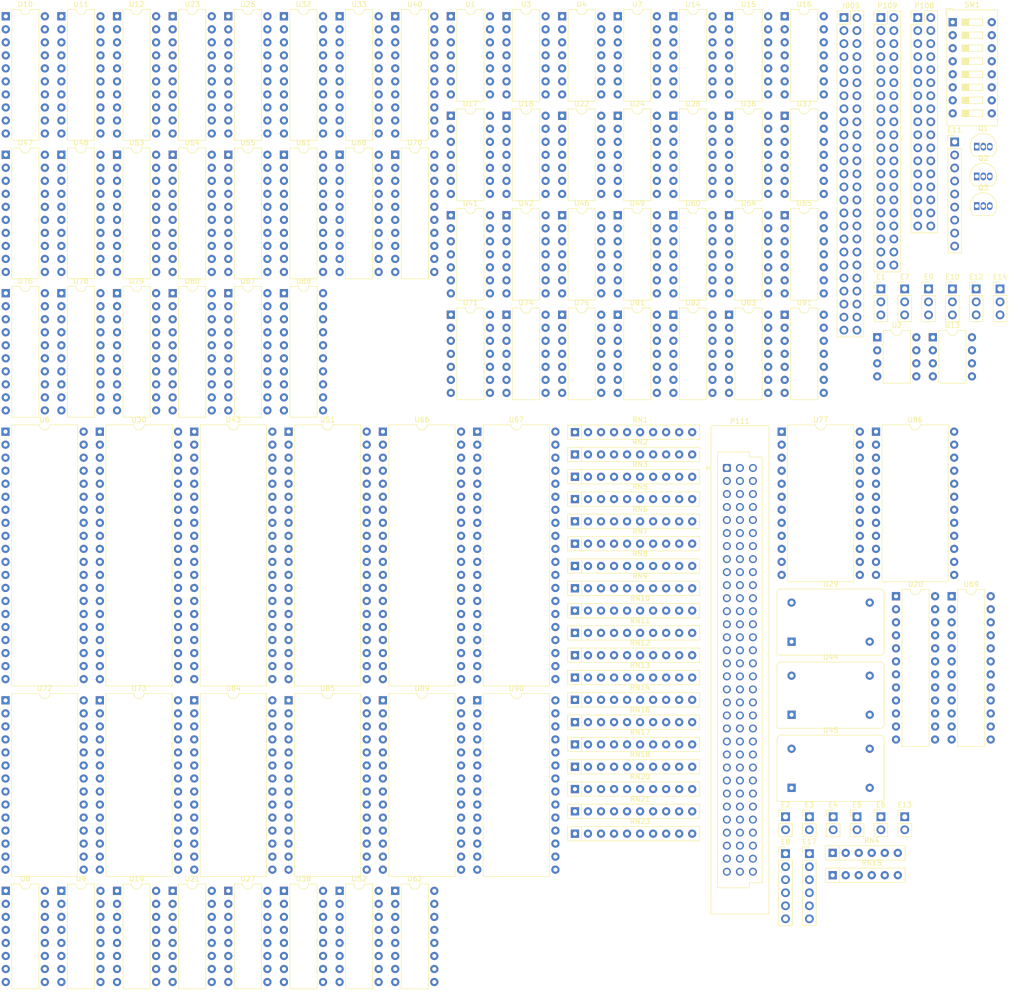
<source format=kicad_pcb>
(kicad_pcb (version 20221018) (generator pcbnew)
  (layers (0 "F.Cu" signal) (31 "B.Cu" signal) (34 "B.Paste" user) (35 "F.Paste" user) (36 "B.SilkS" user "B.Silkscreen") (37 "F.SilkS" user "F.Silkscreen") (38 "B.Mask" user) (39 "F.Mask" user) (44 "Edge.Cuts" user))
  (net 0 "")
  (net 1 "/SYS_D7")
  (net 2 "/SYS_D4")
  (net 3 "/DRQ2")
  (net 4 "/SYS_D1")
  (net 5 "+12V")
  (net 6 "/AEN")
  (net 7 "/~{DACK3}")
  (net 8 "/DRQ1")
  (net 9 "/IRQ7")
  (net 10 "/IRQ4")
  (net 11 "/TC")
  (net 12 "/EXP_A8")
  (net 13 "/SBHE")
  (net 14 "/IRQ12")
  (net 15 "/~{DACK0}")
  (net 16 "/~{MEMW}")
  (net 17 "/DRQ5")
  (net 18 "/SYS_D10")
  (net 19 "/~{DACK7}")
  (net 20 "/SYS_D13")
  (net 21 "/SYS_D15")
  (net 22 "GND")
  (net 23 "/SYS_D6")
  (net 24 "/IRQ2")
  (net 25 "/SYS_D3")
  (net 26 "-12V")
  (net 27 "/SYS_D0")
  (net 28 "/~{IOW}")
  (net 29 "/EXP_A5")
  (net 30 "/DRQ3")
  (net 31 "/~{REFRESH}")
  (net 32 "/IRQ6")
  (net 33 "/BA07")
  (net 34 "/IRQ3")
  (net 35 "/ALE")
  (net 36 "/EXP_A2")
  (net 37 "/IRQ10")
  (net 38 "/IRQ15")
  (net 39 "/DRQ0")
  (net 40 "/SYS_D8")
  (net 41 "/~{DACK6}")
  (net 42 "/SYS_D11")
  (net 43 "/DRQ7")
  (net 44 "/MASTER")
  (net 45 "/IO")
  (net 46 "/SYS_D5")
  (net 47 "/SYS_D2")
  (net 48 "/OWS_N")
  (net 49 "/IO_READY")
  (net 50 "/EXP_A17")
  (net 51 "/~{IOR}")
  (net 52 "/BA15")
  (net 53 "/~{DACK1}")
  (net 54 "/EXP_A12")
  (net 55 "/SYSCLK")
  (net 56 "/EXP_A9")
  (net 57 "/IRQ5")
  (net 58 "/~{DACK2}")
  (net 59 "/BA00")
  (net 60 "/~{MEMCS16}")
  (net 61 "/LA22")
  (net 62 "/IRQ11")
  (net 63 "/~{MEMR}")
  (net 64 "/~{DACK5}")
  (net 65 "/SYS_D9")
  (net 66 "/DRQ6")
  (net 67 "/SYS_D12")
  (net 68 "/SYS_D14")
  (net 69 "Net-(RN18A-R1.1)")
  (net 70 "Net-(RN18B-R2.1)")
  (net 71 "Net-(RN18C-R3.1)")
  (net 72 "Net-(RN18D-R4.1)")
  (net 78 "/~{IOCS16}")
  (net 83 "/U66_ADSTB")
  (net 84 "/U66_AEN")
  (net 85 "/SYS2_D0")
  (net 86 "/SYS2_D1")
  (net 87 "/SYS2_D2")
  (net 88 "/SYS2_D3")
  (net 89 "/SYS2_D4")
  (net 90 "/SYS2_D5")
  (net 91 "/SYS2_D6")
  (net 92 "/SYS2_D7")
  (net 93 "/U67_ADSTB")
  (net 94 "/U67_AEN")
  (net 95 "/EXP_A19")
  (net 96 "/U67_DACK0")
  (net 97 "/IRQ0")
  (net 98 "/IRQ1")
  (net 99 "/IRQ9")
  (net 100 "/IRQ13")
  (net 101 "/EXP_A7")
  (net 104 "Net-(U7-Pad1)")
  (net 105 "Net-(U7-Pad3)")
  (net 114 "+5V")
  (net 121 "/EXP_A4")
  (net 124 "/IDE7_READ")
  (net 125 "/EDB7")
  (net 127 "/IDE7_WRITE")
  (net 128 "Net-(U14-Pad8)")
  (net 129 "/EXP_A1")
  (net 139 "/EXP_A18")
  (net 140 "/EXP_A6")
  (net 146 "/EXP_A3")
  (net 147 "/~{RDATA}")
  (net 153 "Net-(R65-Pad1)")
  (net 154 "/U87_OE")
  (net 163 "/U88_OE")
  (net 172 "/U22_P9")
  (net 173 "/SW1_DIP1")
  (net 174 "/SW1_DIP2")
  (net 175 "Net-(U91A-D)")
  (net 184 "/SW1_DIP3")
  (net 185 "/SW1_DIP4")
  (net 186 "/SW1_DIP5")
  (net 187 "/SW1_DIP6")
  (net 192 "/SYSIOR")
  (net 193 "/SW1_DIP7")
  (net 194 "/SW1_DIP8")
  (net 195 "/U31_P1")
  (net 196 "/OBUARTCS2")
  (net 197 "/FLOPPYDACK")
  (net 198 "Net-(RN7C-R3.1)")
  (net 200 "/U31_P13")
  (net 206 "Net-(U14-Pad10)")
  (net 210 "/U31_P14")
  (net 211 "/U31_P45")
  (net 212 "/U17_P9")
  (net 214 "/U31_P23")
  (net 215 "/U31_P22")
  (net 217 "/COM1")
  (net 218 "/disk")
  (net 219 "/COM2")
  (net 220 "/IDECS1")
  (net 221 "/PRINTER")
  (net 222 "/DISKADD")
  (net 225 "Net-(U32-A0)")
  (net 226 "Net-(U32-A1)")
  (net 227 "/U22_P8")
  (net 229 "Net-(RN11D-R4.2)")
  (net 230 "/DMA_~{MEMR}")
  (net 231 "Net-(RN15B-R2.2)")
  (net 232 "Net-(RN15C-R3.2)")
  (net 235 "/CPU_A18")
  (net 236 "/CPU_A17")
  (net 237 "/CPU_A19")
  (net 238 "/FDC6")
  (net 239 "/U2_P2")
  (net 241 "/VCC_VCM")
  (net 242 "Net-(C16-Pad2)")
  (net 243 "Net-(C16-Pad1)")
  (net 245 "/U3_P6")
  (net 249 "Net-(U42-Pad10)")
  (net 255 "/EXP_LA18")
  (net 256 "/U7_P2")
  (net 257 "/U7_P4")
  (net 258 "/U10_P7")
  (net 259 "/CPU_A10")
  (net 260 "/U10_P13")
  (net 261 "/CPU_A9")
  (net 262 "/U10_P15")
  (net 263 "/CPU_A8")
  (net 264 "/U10_P18")
  (net 265 "/CPU_A7")
  (net 266 "/U10_P19")
  (net 267 "/SYS_IOW")
  (net 268 "/CPU_A6")
  (net 269 "/U12_P8")
  (net 270 "/CPU_A5")
  (net 271 "Net-(C15-Pad1)")
  (net 272 "/CPU_A4")
  (net 273 "/CPU_A3")
  (net 274 "/U16_P13")
  (net 275 "/U17_P3")
  (net 292 "/U17_P17")
  (net 293 "/CPU_A23")
  (net 294 "/CPU_A22")
  (net 296 "/CPU_A21")
  (net 297 "/CPU_A20")
  (net 298 "/U19_P6")
  (net 299 "/U19_P7")
  (net 300 "/DMA2_~{CS}")
  (net 301 "/PIC2_~{CS}")
  (net 302 "/DMA_REG")
  (net 304 "/KB_~{CS}")
  (net 305 "/PIT_~{CS}")
  (net 306 "/PIC1_~{CS}")
  (net 307 "/DMA1_~{CS}")
  (net 308 "/MEMBUFF2_A6")
  (net 309 "/U27_DOUT")
  (net 310 "/LPT_STROBE")
  (net 312 "/LPT_AUTOFD")
  (net 313 "/LPT_INIT")
  (net 314 "/LPT_SELIN")
  (net 316 "/U32_P4")
  (net 317 "/U32_P19")
  (net 319 "/CPU_A2")
  (net 320 "/CPU_A1")
  (net 322 "/U33_P18")
  (net 323 "/U17_P1")
  (net 324 "/U34_P14")
  (net 325 "/SYS2_A2")
  (net 326 "Net-(U65-Pad12)")
  (net 327 "Net-(U65-Pad11)")
  (net 330 "/U35_P12")
  (net 332 "/MEM_D0")
  (net 333 "/MEM_D1")
  (net 334 "/MEM_D2")
  (net 335 "/MEM_D3")
  (net 336 "/MEM_D4")
  (net 337 "/MEM_D5")
  (net 338 "/MEM_D6")
  (net 339 "/MEM_D7")
  (net 340 "Net-(J005-Pin_43)")
  (net 341 "Net-(U47-A7)")
  (net 342 "/U35_P1")
  (net 343 "Net-(U51-EA)")
  (net 345 "/MEM_D8")
  (net 346 "/MEM_D9")
  (net 347 "/MEM_D10")
  (net 348 "/MEM_D11")
  (net 349 "/MEM_D12")
  (net 350 "/MEM_D13")
  (net 351 "/MEM_D14")
  (net 352 "/MEM_D15")
  (net 353 "/U50_P3")
  (net 354 "/P113_P11")
  (net 355 "/CPU_D15")
  (net 356 "/CPU_D14")
  (net 357 "/CPU_D13")
  (net 358 "/CPU_D12")
  (net 359 "/CPU_D11")
  (net 360 "/CPU_D10")
  (net 361 "/CPU_D9")
  (net 362 "/CPU_D8")
  (net 364 "/U56_P33")
  (net 365 "Net-(J005-Pin_31)")
  (net 366 "/DT{slash}~{R}")
  (net 370 "/EXP_A14")
  (net 371 "/EXP_A11")
  (net 372 "/EXP_LA21")
  (net 373 "/EXP_A16")
  (net 374 "/EXP_A13")
  (net 375 "/EXP_A10")
  (net 376 "/EXP_LA23")
  (net 377 "/EXP_LA20")
  (net 378 "/EXP_LA17")
  (net 379 "/EXP_RESET")
  (net 380 "/U56_P57")
  (net 381 "/EXP_A15")
  (net 382 "/EXP_LA22")
  (net 383 "/IDE_INTRQ")
  (net 384 "Net-(Q1-REF)")
  (net 385 "Net-(CR2-A)")
  (net 386 "Net-(Q2-B)")
  (net 387 "Net-(Q2-C)")
  (net 388 "Net-(Q3-E)")
  (net 389 "Net-(Q3-B)")
  (net 390 "Net-(Q3-C)")
  (net 391 "/CNTL_OFF")
  (net 392 "/LPT_WDATA")
  (net 393 "/RTC_AS")
  (net 394 "/U31_P27")
  (net 395 "/U31_P12")
  (net 396 "/U31_P18")
  (net 397 "Net-(CR12-A)")
  (net 398 "Net-(CR11-K)")
  (net 399 "Net-(C100-Pad2)")
  (net 400 "Net-(R62-Pad2)")
  (net 401 "/U83_P3")
  (net 402 "/{slash}MOTEA")
  (net 403 "Net-(C7-B)")
  (net 404 "Net-(RN2E-R5.2)")
  (net 405 "Net-(RN2F-R6.2)")
  (net 408 "/MODEM_CS")
  (net 410 "/U5_P3")
  (net 411 "/U56_P18")
  (net 412 "/U56_P20")
  (net 414 "/KEY")
  (net 415 "/IDE_DMARQ")
  (net 416 "/IDE_IORDY")
  (net 418 "/IDE_~{DMACK}")
  (net 419 "/IDE_PDIAG")
  (net 424 "/P107_P8")
  (net 425 "/P107_P7")
  (net 428 "/DMA_CLK")
  (net 429 "/1.19MHz")
  (net 430 "Net-(RN7D-R4.2)")
  (net 431 "Net-(E8-Pin_1)")
  (net 432 "Net-(E8-Pin_4)")
  (net 437 "Net-(RN15A-R1.2)")
  (net 440 "/MEM_A10")
  (net 441 "/MEMBUFF_A10")
  (net 442 "/MEM_A9")
  (net 443 "/MEMBUFF_A9")
  (net 444 "/MEM_A8")
  (net 445 "/MEMBUFF_A8")
  (net 446 "/MEM_A7")
  (net 447 "/MEMBUFF_A7")
  (net 448 "/MEM_A6")
  (net 449 "/MEMBUFF_A6")
  (net 450 "/MEM_A5")
  (net 451 "/MEMBUFF_A5")
  (net 452 "/MEM_A4")
  (net 453 "/MEMBUFF_A4")
  (net 454 "/MEM_A3")
  (net 455 "/MEMBUFF_A3")
  (net 456 "/MEM_A2")
  (net 457 "/MEMBUFF_A2")
  (net 458 "/MEM_A1")
  (net 459 "/MEMBUFF_A1")
  (net 460 "/MEMBUFF_~{RAS}")
  (net 461 "/MEMS_~{RAS}")
  (net 462 "/MEMBUFF_CASH")
  (net 463 "/MEMBUFF_CASL")
  (net 464 "Net-(RN18E-R5.1)")
  (net 465 "/MEMS_A1")
  (net 466 "/DRQC")
  (net 468 "/DRVSB0")
  (net 469 "/~{DRVSB0}")
  (net 470 "/MOTEA")
  (net 471 "/~{MOTEA}")
  (net 472 "/DRVSB1")
  (net 473 "/~{DRVSB1}")
  (net 474 "/~{MOTEB}")
  (net 475 "/MOTEB")
  (net 476 "/~{ReserverdFDC6}")
  (net 477 "/~{REDWC}")
  (net 478 "/REDWC")
  (net 479 "Net-(CR8-A)")
  (net 480 "/WDATA")
  (net 481 "/~{WDATA}")
  (net 482 "Net-(R2-Pad1)")
  (net 483 "/FDC_SIDE")
  (net 484 "/~{SIDE1}")
  (net 485 "/~{DIR}")
  (net 486 "/FDC_DIR")
  (net 487 "/~{STEP}")
  (net 488 "/STEP")
  (net 489 "/IDE_~{ACTIVE}")
  (net 490 "/U7_P8")
  (net 491 "Net-(U16A-~{Q})")
  (net 492 "/U5_P62")
  (net 493 "/U5_P60")
  (net 494 "Net-(U6A-INT)")
  (net 495 "/U9_P4")
  (net 496 "/FDC_WE")
  (net 497 "/~{WGATE}")
  (net 498 "/U5_P14")
  (net 499 "Net-(U12-I2a)")
  (net 500 "/U5_P13")
  (net 501 "/U5_P1")
  (net 502 "/IDE_~{CS0}")
  (net 503 "Net-(U11-A0)")
  (net 504 "/IDE_D0")
  (net 505 "/IDE_D1")
  (net 506 "/IDE_D2")
  (net 507 "/IDE_D3")
  (net 508 "/IDE_D4")
  (net 509 "/IDE_D5")
  (net 510 "/IDE_D6")
  (net 511 "Net-(U12-OEa)")
  (net 512 "/IDE_A2")
  (net 513 "/IDE_A1")
  (net 514 "/IDE_A0")
  (net 515 "/IDE_~{CS1}")
  (net 516 "/IDE_CSEL")
  (net 517 "/IDE_~{RESET}")
  (net 518 "/IDE_~{DIOR}")
  (net 519 "/IDE_~{DIOW}")
  (net 520 "/~{INDEX}")
  (net 521 "/FDC_INDEX")
  (net 522 "/~{WPT}")
  (net 523 "/FDC_2SIDE")
  (net 524 "/~{TRACK00}")
  (net 525 "Net-(U14-Pad6)")
  (net 526 "/~{DSKCHG}")
  (net 527 "Net-(U30-~{RD})")
  (net 528 "Net-(E1-Pin_2)")
  (net 529 "Net-(U51-P22)")
  (net 530 "/U15_P6")
  (net 531 "/FDC_SEEK")
  (net 532 "/FDC_STEP")
  (net 533 "/FDC_TRK0")
  (net 534 "/KBC_~{RESET}")
  (net 535 "/U16_P9")
  (net 536 "/U56_P31")
  (net 537 "/U56_P42")
  (net 538 "Net-(E12-Pin_2)")
  (net 539 "Net-(U17-Pad11)")
  (net 540 "Net-(U17-Pad6)")
  (net 541 "Net-(R59-Pad1)")
  (net 542 "/U17_P12")
  (net 543 "/IDE_D7")
  (net 544 "Net-(U30-~{OUT2})")
  (net 545 "Net-(U30-INTR)")
  (net 546 "/U18_P6")
  (net 547 "/AEN2")
  (net 548 "Net-(U22-Pad2)")
  (net 549 "Net-(U22-Pad6)")
  (net 550 "Net-(U22-Pad8)")
  (net 551 "Net-(U22-Pad12)")
  (net 552 "/FS_D7")
  (net 553 "/FS_D6")
  (net 554 "/FS_D5")
  (net 555 "/FS_D4")
  (net 556 "/FS_D3")
  (net 557 "/FS_D2")
  (net 558 "/FS_D1")
  (net 559 "/FS_D0")
  (net 560 "/U31_P49")
  (net 561 "/BA00_BUFF")
  (net 562 "/U31_P50")
  (net 563 "/U24_P8")
  (net 564 "/U50_P56")
  (net 565 "/U50_P46")
  (net 566 "/U24_P13")
  (net 567 "/IDE_D15")
  (net 568 "/IDE_D14")
  (net 569 "/IDE_D13")
  (net 570 "/IDE_D12")
  (net 571 "/IDE_D11")
  (net 572 "/IDE_D10")
  (net 573 "/IDE_D9")
  (net 574 "/IDE_D8")
  (net 575 "/LPT_~{STROBE}")
  (net 576 "/LPT_~{AUTOFD}")
  (net 577 "/LPT_~{INIT}")
  (net 578 "/LPT_~{SELIN}")
  (net 579 "Net-(U29-OUT1)")
  (net 580 "Net-(U29-OUT2)")
  (net 581 "/Crystal_+5V")
  (net 582 "Net-(U30-RCLK)")
  (net 583 "/UART_SIN")
  (net 584 "/UART_SOUT")
  (net 585 "/UART_~{RTS}")
  (net 586 "/UART_~{DTR}")
  (net 587 "/UART_~{CTS}")
  (net 588 "/UART_~{DSR}")
  (net 589 "/UART_~{DCD}")
  (net 590 "/UART_~{RI}")
  (net 591 "/U56_P46")
  (net 592 "Net-(R66-Pad1)")
  (net 593 "/U35_P8")
  (net 594 "/U56_P52")
  (net 595 "/SYS2_A0")
  (net 596 "Net-(U37-Pad4)")
  (net 597 "/U46_P6")
  (net 598 "/U37_P13")
  (net 599 "/CPU_A16")
  (net 600 "/CPU_A15")
  (net 601 "/CPU_A14")
  (net 602 "/U56_P60")
  (net 603 "/U31_P37")
  (net 604 "/U31_P38")
  (net 605 "/SYS2_A8")
  (net 606 "/SYS2_A7")
  (net 607 "/SYS2_A6")
  (net 608 "/SYS2_A5")
  (net 609 "/SYS2_A4")
  (net 610 "/SYS2_A3")
  (net 611 "/SYS2_A1")
  (net 612 "/DMA2_~{EOP}")
  (net 613 "/DMA1_~{EOP}")
  (net 614 "/FDC_TC")
  (net 615 "/U42_P17")
  (net 616 "Net-(U51-P27{slash}~{DACK})")
  (net 617 "Net-(U45-OUT)")
  (net 618 "/U64_P12")
  (net 619 "/U46+P3")
  (net 620 "/CPUB_A20")
  (net 621 "/CPUB_A21")
  (net 622 "/CPUB_A22")
  (net 623 "/CPUB_A23")
  (net 624 "/EXP_LA19")
  (net 625 "/U56_P34")
  (net 626 "/U49_P13")
  (net 627 "/U56_P44")
  (net 628 "/U60_P3")
  (net 629 "/U60_P6")
  (net 630 "/MEME_A2")
  (net 631 "/U62_P11")
  (net 632 "Net-(U66-HLDA)")
  (net 633 "Net-(U51-P26{slash}DRQ)")
  (net 634 "/IRQ8_RTC")
  (net 635 "Net-(U77-~{IRQ})")
  (net 636 "/DMA_RST")
  (net 637 "Net-(CR14-A)")
  (net 638 "/MODEM_IRQ")
  (net 639 "/SYS2_~{RD}")
  (net 640 "/DMA_RDY")
  (net 641 "/U31_P55")
  (net 642 "/DMA2_HRQ")
  (net 643 "/U50_P2")
  (net 644 "/U56_P53")
  (net 645 "/SYSROM_A15")
  (net 646 "/U56_P49")
  (net 647 "/LPT_D0")
  (net 648 "/LPT_D1")
  (net 649 "/LPT_D2")
  (net 650 "/LPT_D3")
  (net 651 "/LPT_D4")
  (net 652 "/LPT_D5")
  (net 653 "/LPT_D6")
  (net 654 "/LPT_D7")
  (net 655 "/IRQ_CAS0")
  (net 656 "/IRQ_CAS1")
  (net 657 "/IRQ_CAS2")
  (net 658 "/CPU_INT")
  (net 659 "/IRQ_~{INTA}")
  (net 660 "/OUT1")
  (net 661 "/TIM_2GATE_SPK")
  (net 662 "/OUT2")
  (net 663 "/FDC_WINDOW")
  (net 664 "Net-(U2-1Y)")
  (net 665 "Net-(U2-2Y)")
  (net 666 "/FDC_WCLK")
  (net 667 "/FDC_WR")
  (net 668 "/FDC_RDATA")
  (net 669 "/FDC_CLK")
  (net 670 "/FDC_RESET")
  (net 671 "/FDC_CS")
  (net 672 "/FDC_SYNC")
  (net 673 "/FDC_WDATA")
  (net 674 "/FDC_PS0")
  (net 675 "/FDC_PS1")
  (net 676 "/FDC_DRQ")
  (net 678 "/FDC_MFM")
  (net 679 "/FDC_WSn")
  (net 680 "/FDC_US1")
  (net 681 "/FDC_HOLD")
  (net 684 "Net-(U13-+)")
  (net 685 "Net-(R20-Pad1)")
  (net 687 "/H_DP")
  (net 688 "/MEM_~{W}")
  (net 689 "/H_QP")
  (net 690 "/L_DP")
  (net 691 "/CPU_~{READY}")
  (net 692 "/FPU_~{NPS1}")
  (net 693 "/CPU_HDLA")
  (net 694 "/CPU_~{S0}")
  (net 695 "/FDC_P21")
  (net 696 "/CPU_~{S1}")
  (net 697 "/CPU_COD{slash}~{INTA}")
  (net 700 "/CPU_D7")
  (net 701 "/CPU_D6")
  (net 702 "/CPU_D5")
  (net 703 "/CPU_D4")
  (net 704 "/CPU_D3")
  (net 705 "/CPU_D2")
  (net 706 "/CPU_D1")
  (net 707 "/CPU_D0")
  (net 708 "/CPU_PEREQ")
  (net 709 "/FPU_BUSY")
  (net 710 "/FPU_~{ERROR}")
  (net 711 "/FPU_CLK")
  (net 712 "/FPU_NPS2")
  (net 713 "/FPU_RESET")
  (net 714 "/CPU_~{PEACK}")
  (net 715 "/U50_P35")
  (net 716 "/RTC_R{slash}~{W}")
  (net 717 "/RTC_DS")
  (net 718 "/KBC_~{CS}")
  (net 719 "/KBC_~{WR}")
  (net 732 "Net-(U71-Odd)")
  (net 733 "/COM_DCD")
  (net 735 "/COM_DSR")
  (net 739 "/COM_CTS")
  (net 741 "/COM_RI")
  (net 754 "/COM_RXD")
  (net 756 "Net-(U77-OSC1)")
  (net 758 "Net-(U77-~{CS})")
  (net 759 "Net-(U77-~{STBY})")
  (net 760 "Net-(U77-PS)")
  (net 763 "+BATT")
  (net 766 "Net-(U81-Odd)")
  (net 767 "/COM_TXD")
  (net 771 "/COM_RTS")
  (net 772 "/COM_DTR")
  (net 773 "Net-(U83-Pad4)")
  (net 774 "Net-(U83-Pad11)")
  (footprint "Connector_PinHeader_2.54mm:PinHeader_1x02_P2.54mm_Vertical" (layer "F.Cu") (at 193.7525 172.25)
    (fp_text reference "E2")
    (fp_text value "Conn_01x02")
  )
  (footprint "Connector_DIN:DIN41612_R_3x32_Male_Vertical_THT" (layer "F.Cu") (at 182.3175 104.23)
    (fp_text reference "P111")
    (fp_text value "DIN41612_96abc")
  )
  (footprint "Package_DIP:DIP-16_W7.62mm" (layer "F.Cu") (at 41.6925 186.7)
    (fp_text reference "U8")
    (fp_text value "74LS112")
  )
  (footprint "Resistor_THT:R_Array_SIP10" (layer "F.Cu") (at 152.6925 166.85)
    (fp_text reference "RN20")
    (fp_text value "8K2")
  )
  (footprint "Package_DIP:DIP-14_W7.62mm" (layer "F.Cu") (at 182.7425 16.15)
    (fp_text reference "U15")
    (fp_text value "74LS08")
  )
  (footprint "Connector_PinHeader_2.54mm:PinHeader_1x03_P2.54mm_Vertical" (layer "F.Cu") (at 216.9925 69.3)
    (fp_text reference "E7")
    (fp_text value "Conn_01x03")
  )
  (footprint "Resistor_THT:R_Array_SIP10" (layer "F.Cu") (at 152.6925 153.8)
    (fp_text reference "RN16")
    (fp_text value "33R")
  )
  (footprint "Connector_PinHeader_2.54mm:PinHeader_1x03_P2.54mm_Vertical" (layer "F.Cu") (at 221.6425 69.3)
    (fp_text reference "E9")
    (fp_text value "Conn_01x03")
  )
  (footprint "Package_DIP:DIP-28_W15.24mm" (layer "F.Cu") (at 115.2425 149.55)
    (fp_text reference "U89")
    (fp_text value "27C256")
  )
  (footprint "Package_DIP:DIP-20_W7.62mm" (layer "F.Cu") (at 85.0925 70.15)
    (fp_text reference "U87")
    (fp_text value "74LS373")
  )
  (footprint "Package_DIP:DIP-14_W7.62mm" (layer "F.Cu") (at 139.3425 74.35)
    (fp_text reference "U74")
    (fp_text value "MC1489")
  )
  (footprint "Package_DIP:DIP-14_W7.62mm" (layer "F.Cu") (at 128.4925 74.35)
    (fp_text reference "U71")
    (fp_text value "74LS280")
  )
  (footprint "Package_DIP:DIP-20_W7.62mm" (layer "F.Cu") (at 52.5425 16.15)
    (fp_text reference "U11")
    (fp_text value "74LS245")
  )
  (footprint "Resistor_THT:R_Array_SIP6" (layer "F.Cu") (at 202.9525 179.3)
    (fp_text reference "RN4")
    (fp_text value "300R")
  )
  (footprint "Package_DIP:DIP-20_W7.62mm" (layer "F.Cu") (at 41.6925 70.15)
    (fp_text reference "U76")
    (fp_text value "74LS374")
  )
  (footprint "Package_DIP:DIP-20_W7.62mm" (layer "F.Cu") (at 106.7925 16.15)
    (fp_text reference "U33")
    (fp_text value "74ALS244")
  )
  (footprint "Package_DIP:DIP-28_W15.24mm" (layer "F.Cu") (at 41.6425 149.55)
    (fp_text reference "U72")
    (fp_text value "27C256")
  )
  (footprint "Package_DIP:DIP-14_W7.62mm" (layer "F.Cu") (at 171.8925 54.95)
    (fp_text reference "U60")
    (fp_text value "74F32")
  )
  (footprint "Package_DIP:DIP-28_W15.24mm" (layer "F.Cu") (at 96.8425 149.55)
    (fp_text reference "U85")
    (fp_text value "8259A-2")
  )
  (footprint "Package_DIP:DIP-14_W7.62mm" (layer "F.Cu") (at 150.1925 54.95)
    (fp_text reference "U46")
    (fp_text value "74F32")
  )
  (footprint "Package_DIP:DIP-20_W7.62mm" (layer "F.Cu") (at 74.2425 43.15)
    (fp_text reference "U54")
    (fp_text value "74F244")
  )
  (footprint "Connector_PinHeader_2.54mm:PinHeader_1x02_P2.54mm_Vertical" (layer "F.Cu") (at 212.3525 172.25)
    (fp_text reference "E6")
    (fp_text value "Conn_01x02")
  )
  (footprint "Package_DIP:DIP-40_W15.24mm" (layer "F.Cu") (at 115.2425 97.15)
    (fp_text reference "U66")
    (fp_text value "8237")
  )
  (footprint "Package_DIP:DIP-24_W15.24mm" (layer "F.Cu") (at 211.4025 97.15)
    (fp_text reference "U86")
    (fp_text value "8254")
  )
  (footprint "Package_DIP:DIP-24_W7.62mm" (layer "F.Cu") (at 226.1525 129.25)
    (fp_text reference "U69")
    (fp_text value "74LS646")
  )
  (footprint "Resistor_THT:R_Array_SIP10" (layer "F.Cu") (at 152.6925 140.75)
    (fp_text reference "RN12")
    (fp_text value "8K2")
  )
  (footprint "Package_DIP:DIP-28_W15.24mm" (layer "F.Cu") (at 78.4425 149.55)
    (fp_text reference "U84")
    (fp_text value "8259A-2")
  )
  (footprint "Connector_PinHeader_2.54mm:PinHeader_2x25_P2.54mm_Vertical" (layer "F.Cu") (at 205.1425 16.4)
    (fp_text reference "J005")
    (fp_text value "Conn_02x25_Odd_Even")
  )
  (footprint "Connector_PinHeader_2.54mm:PinHeader_1x06_P2.54mm_Vertical" (layer "F.Cu") (at 198.4025 179.45)
    (fp_text reference "E17")
    (fp_text value "Conn_01x06")
  )
  (footprint "Package_DIP:DIP-20_W7.62mm" (layer "F.Cu") (at 95.9425 43.15)
    (fp_text reference "U61")
    (fp_text value "74F244")
  )
  (footprint "Oscillator:Oscillator_DIP-14" (layer "F.Cu") (at 194.9325 152.36)
    (fp_text reference "U44")
    (fp_text value "1.843200 MHz")
  )
  (footprint "Package_DIP:DIP-20_W7.62mm" (layer "F.Cu") (at 117.6425 16.15)
    (fp_text reference "U40")
    (fp_text value "74ALS245")
  )
  (footprint "Package_DIP:DIP-14_W7.62mm" (layer "F.Cu") (at 139.3425 35.55)
    (fp_text reference "U18")
    (fp_text value "74LS125")
  )
  (footprint "Package_DIP:DIP-16_W7.62mm" (layer "F.Cu") (at 63.3925 186.7)
    (fp_text reference "U19")
    (fp_text value "74ALS138")
  )
  (footprint "Connector_PinHeader_2.54mm:PinHeader_1x03_P2.54mm_Vertical" (layer "F.Cu") (at 212.3425 69.3)
    (fp_text reference "E1")
    (fp_text value "Conn_01x03")
  )
  (footprint "Package_DIP:DIP-24_W7.62mm" (layer "F.Cu") (at 215.3025 129.25)
    (fp_text reference "U20")
    (fp_text value "PAL20L8")
  )
  (footprint "Resistor_THT:R_Array_SIP6" (layer "F.Cu") (at 202.9525 183.65)
    (fp_text reference "RN15")
    (fp_text value "100R")
  )
  (footprint "Resistor_THT:R_Array_SIP10" (layer "F.Cu") (at 152.6925 175.55)
    (fp_text reference "RN23")
    (fp_text value "8K2")
  )
  (footprint "Package_TO_SOT_THT:TO-92_Inline" (layer "F.Cu") (at 231.0525 53.16)
    (fp_text reference "Q3")
    (fp_text value "PN2222A")
  )
  (footprint "Oscillator:Oscillator_DIP-14" (layer "F.Cu") (at 194.9325 138.11)
    (fp_text reference "U29")
    (fp_text value "F5C-S7")
  )
  (footprint "Package_DIP:DIP-40_W15.24mm" (layer "F.Cu") (at 133.6425 97.15)
    (fp_text reference "U67")
    (fp_text value "8237")
  )
  (footprint "Package_DIP:DIP-14_W7.62mm" (layer "F.Cu") (at 161.0425 74.35)
    (fp_text reference "U81")
    (fp_text value "74LS280")
  )
  (footprint "Package_DIP:DIP-20_W7.62mm" (layer "F.Cu") (at 63.3925 16.15)
    (fp_text reference "U12")
    (fp_text value "74LS244")
  )
  (footprint "Package_DIP:DIP-14_W7.62mm" (layer "F.Cu") (at 171.8925 35.55)
    (fp_text reference "U28")
    (fp_text value "74LS05")
  )
  (footprint "Package_DIP:DIP-14_W7.62mm" (layer "F.Cu") (at 139.3425 54.95)
    (fp_text reference "U42")
    (fp_text value "74LS09")
  )
  (footprint "Package_DIP:DIP-14_W7.62mm" (layer "F.Cu") (at 193.5925 16.15)
    (fp_text reference "U16")
    (fp_text value "74ALS74")
  )
  (footprint "Package_DIP:DIP-20_W7.62mm" (layer "F.Cu") (at 74.2425 16.15)
    (fp_text reference "U23")
    (fp_text value "74LS245")
  )
  (footprint "Resistor_THT:R_Array_SIP10" (layer "F.Cu") (at 152.6925 145.1)
    (fp_text reference "RN13")
    (fp_text value "8K2")
  )
  (footprint "Connector_PinHeader_2.54mm:PinHeader_1x02_P2.54mm_Vertical" (layer "F.Cu") (at 207.7025 172.25)
    (fp_text reference "E5")
    (fp_text value "Conn_01x02")
  )
  (footprint "Package_DIP:DIP-14_W7.62mm" (layer "F.Cu") (at 182.7425 35.55)
    (fp_text reference "U36")
    (fp_text value "74F00")
  )
  (footprint "Package_DIP:DIP-20_W7.62mm" (layer "F.Cu") (at 95.9425 70.15)
    (fp_text reference "U88")
    (fp_text value "74LS373")
  )
  (footprint "Connector_PinHeader_2.54mm:PinHeader_1x03_P2.54mm_Vertical" (layer "F.Cu") (at 235.5925 69.3)
    (fp_text reference "E14")
    (fp_text value "Conn_01x03")
  )
  (footprint "Connector_PinHeader_2.54mm:PinHeader_1x09_P2.54mm_Vertical" (layer "F.Cu") (at 226.7425 40.65)
    (fp_text reference "E11")
    (fp_text value "Conn_01x09")
  )
  (footprint "Connector_PinHeader_2.54mm:PinHeader_1x03_P2.54mm_Vertical" (layer "F.Cu") (at 230.9425 69.3)
    (fp_text reference "E12")
    (fp_text value "Conn_01x03")
  )
  (footprint "Resistor_THT:R_Array_SIP10" (layer "F.Cu") (at 152.6925 97.25)
    (fp_text reference "RN1")
    (fp_text value "1K")
  )
  (footprint "Package_DIP:DIP-40_W15.24mm" (layer "F.Cu") (at 96.8425 97.15)
    (fp_text reference "U51")
    (fp_text value "8742")
  )
  (footprint "Package_DIP:DIP-16_W7.62mm" (layer "F.Cu") (at 117.6425 186.7)
    (fp_text reference "U62")
    (fp_text value "74LS367")
  )
  (footprint "Resistor_THT:R_Array_SIP10" (layer "F.Cu") (at 152.6925 162.5)
    (fp_text reference "RN18")
    (fp_text value "33R")
  )
  (footprint "Package_DIP:DIP-20_W7.62mm" (layer "F.Cu") (at 85.0925 43.15)
    (fp_text reference "U55")
    (fp_text value "74F244")
  )
  (footprint "Button_Switch_THT:SW_DIP_SPSTx08_Slide_9.78x22.5mm_W7.62mm_P2.54mm" (layer "F.Cu") (at 226.3575 17.3)
    (fp_text reference "SW1")
    (fp_text value "SW_DIP_x08")
  )
  (footprint "Package_DIP:DIP-14_W7.62mm" (layer "F.Cu") (at 171.8925 16.15)
    (fp_text reference "U14")
    (fp_text value "74LS14")
  )
  (footprint "Package_DIP:DIP-14_W7.62mm" (layer "F.Cu") (at 193.5925 74.35)
    (fp_text reference "U91")
    (fp_text value "74ALS74")
  )
  (footprint "Package_DIP:DIP-16_W7.62mm" (layer "F.Cu") (at 52.5425 186.7)
    (fp_text reference "U9")
    (fp_text value "MC3487N")
  )
  (footprint "Resistor_THT:R_Array_SIP10" (layer "F.Cu") (at 152.6925 136.4)
    (fp_text reference "RN11")
    (fp_text value "8K2")
  )
  (footprint "Package_DIP:DIP-14_W7.62mm" (layer "F.Cu") (at 182.7425 74.35)
    (fp_text reference "U83")
    (fp_text value "4069")
  )
  (footprint "Resistor_THT:R_Array_SIP10" (layer "F.Cu") (at 152.6925 110.3)
    (fp_text reference "RN5")
    (fp_text value "8K2")
  )
  (footprint "Package_DIP:DIP-20_W7.62mm" (layer "F.Cu") (at 74.2425 70.15)
    (fp_text reference "U80")
    (fp_text value "74ALS245")
  )
  (footprint "Connector_PinHeader_2.54mm:PinHeader_1x02_P2.54mm_Vertical" (layer "F.Cu") (at 217.0025 172.25)
    (fp_text reference "E13")
    (fp_text value "Conn_01x02")
  )
  (footprint "Package_DIP:DIP-14_W7.62mm" (layer "F.Cu") (at 161.0425 35.55)
    (fp_text reference "U24")
    (fp_text value "74LS125")
  )
  (footprint "Package_DIP:DIP-14_W7.62mm" (layer "F.Cu") (at 182.7425 54.95)
    (fp_text reference "U64")
    (fp_text value "74ALS04")
  )
  (footprint "Package_DIP:DIP-40_W15.24mm" (layer "F.Cu") (at 41.6425 97.15)
    (fp_text reference "U6")
    (fp_text value "D765")
  )
  (footprint "Package_DIP:DIP-20_W7.62mm" (layer "F.Cu") (at 95.9425 16.15)
    (fp_text reference "U32")
    (fp_text value "74F245")
  )
  (footprint "Package_DIP:DIP-28_W15.24mm" (layer "F.Cu") (at 133.6425 149.55)
    (fp_text reference "U90")
    (fp_text value "27C256")
  )
  (footprint "Resistor_THT:R_Array_SIP10" (layer "F.Cu") (at 152.6925 101.6)
    (fp_text reference "RN2")
    (fp_text value "2K")
  )
  (footprint "Resistor_THT:R_Array_SIP10" (layer "F.Cu") (at 152.6925 123.35)
    (fp_text reference "RN8")
    (fp_text value "8K2")
  )
  (footprint "Package_DIP:DIP-28_W15.24mm" (layer "F.Cu") (at 60.0425 149.55)
    (fp_text reference "U73")
    (fp_text value "27C256")
  )
  (footprint "Package_DIP:DIP-14_W7.62mm" (layer "F.Cu") (at 161.0425 54.95)
    (fp_text reference "U49")
    (fp_text value "74F10")
  )
  (footprint "Resistor_THT:R_Array_SIP10" (layer "F.Cu") (at 152.6925 119)
    (fp_text reference "RN7")
    (fp_text value "180")
  )
  (footprint "Resistor_THT:R_Array_SIP10" (layer "F.Cu") (at 152.6925 114.65)
    (fp_text reference "RN6")
    (fp_text value "8K2")
  )
  (footprint "Package_DIP:DIP-20_W7.62mm" (layer "F.Cu") (at 52.5425 43.15)
    (fp_text reference "U48")
    (fp_text value "74ALS244")
  )
  (footprint "Package_DIP:DIP-16_W7.62mm" (layer "F.Cu") (at 95.9425 186.7)
    (fp_text reference "U38")
    (fp_text value "74LS367")
  )
  (footprint "Package_DIP:DIP-20_W7.62mm" (layer "F.Cu") (at 106.7925 43.15)
    (fp_text reference "U68")
    (fp_text value "74F245")
  )
  (footprint "Connector_PinHeader_2.54mm:PinHeader_1x02_P2.54mm_Vertical" (layer "F.Cu") (at 203.0525 172.25)
    (fp_text reference "E4")
    (fp_text value "Conn_01x02")
  )
  (footprint "Package_DIP:DIP-20_W7.62mm" (layer "F.Cu") (at 41.6925 43.15)
    (fp_text reference "U47")
    (fp_text value "74ALS245")
  )
  (footprint "Package_DIP:DIP-14_W7.62mm" (layer "F.Cu") (at 171.8925 74.35)
    (fp_text reference "U82")
    (fp_text value "MC1488")
  )
  (footprint "Package_TO_SOT_THT:TO-92_Inline" (layer "F.Cu") (at 231.0525 41.58)
    (fp_text reference "Q1")
    (fp_text value "TL431C")
  )
  (footprint "Package_DIP:DIP-14_W7.62mm" (layer "F.Cu") (at 150.1925 16.15)
    (fp_text reference "U4")
    (fp_text value "7406N")
  )
  (footprint "Connector_PinHeader_2.54mm:PinHeader_1x03_P2.54mm_Vertical" (layer "F.Cu") (at 226.2925 69.3)
    (fp_text reference "E10")
    (fp_text value "Conn_01x03")
  )
  (footprint "Oscillator:Oscillator_DIP-14" (layer "F.Cu") (at 194.9325 166.61)
    (fp_text reference "U45")
    (fp_text value "48 MHz")
  )
  (footprint "Package_DIP:DIP-14_W7.62mm" (layer "F.Cu") (at 193.5925 35.55)
    (fp_text reference "U37")
    (fp_text value "74LS125")
  )
  (footprint "Connector_PinHeader_2.54mm:PinHeader_1x02_P2.54mm_Vertical" (layer "F.Cu") (at 198.4025 172.25)
    (fp_text reference "E3")
    (fp_text value "Conn_01x02")
  )
  (footprint "Package_DIP:DIP-8_W7.62mm" (layer "F.Cu") (at 222.4925 78.75)
    (fp_text reference "U13")
    (fp_text value "μA741CP")
  )
  (footprint "Package_DIP:DIP-8_W7.62mm" (layer "F.Cu") (at 211.6425 78.75)
    (fp_text reference "U2")
    (fp_text value "SN75477")
  )
  (footprint "Package_DIP:DIP-40_W15.24mm" (layer "F.Cu") (at 78.4425 97.15)
    (fp_text reference "U43")
    (fp_text value "80287")
  )
  (footprint "Package_DIP:DIP-14_W7.62mm" (layer "F.Cu") (at 193.5925 54.95)
    (fp_text reference "U65")
    (fp_text value "74ALS27")
  )
  (footprint "Package_DIP:DIP-24_W15.24mm" (layer "F.Cu") (at 193.0025 97.15)
    (fp_text reference "U77")
    (fp_text value "MC146818A")
  )
  (footprint "Package_DIP:DIP-20_W7.62mm" (layer "F.Cu") (at 52.5425 70.15)
    (fp_text reference "U78")
    (fp_text value "74F245")
  )
  (footprint "Package_DIP:DIP-14_W7.62mm" (layer "F.Cu") (at 150.1925 74.35)
    (fp_text reference "U75")
    (fp_text value "MC1489")
  )
  (footprint "Connector_PinHeader_2.54mm:PinHeader_1x06_P2.54mm_Vertical" (layer "F.Cu") (at 193.7525 179.45)
    (fp_text reference "E8")
    (fp_text value "Conn_01x06")
  )
  (footprint "Package_DIP:DIP-16_W7.62mm" (layer "F.Cu") (at 106.7925 186.7)
    (fp_text reference "U52")
    (fp_text value "74ALS138")
  )
  (footprint "Resistor_THT:R_Array_SIP10" (layer "F.Cu") (at 152.6925 132.05)
    (fp_text reference "RN10")
    (fp_text value "8K2")
  )
  (footprint "Package_DIP:DIP-16_W7.62mm" (layer "F.Cu") (at 85.0925 186.7)
    (fp_text reference "U27")
    (fp_text value "MB8264A")
  )
  (footprint "Package_DIP:DIP-14_W7.62mm" (layer "F.Cu") (at 139.3425 16.15)
    (fp_text reference "U3")
    (fp_text value "MC4024")
  )
  (footprint "Resistor_THT:R_Array_SIP10" (layer "F.Cu") (at 152.6925 171.2)
    (fp_text reference "RN21")
    (fp_text value "8K2")
  )
  (footprint "Package_DIP:DIP-14_W7.62mm" (layer "F.Cu") (at 128.4925 35.55)
    (fp_text reference "U17")
    (fp_text value "74F08")
  )
  (footprint "Resistor_THT:R_Array_SIP10" (layer "F.Cu") (at 152.6925 127.7)
    (fp_text reference "RN9")
    (fp_text value "8K2")
  )
  (footprint "Connector_PinHeader_2.54mm:PinHeader_2x17_P2.54mm_Vertical" (layer "F.Cu") (at 219.5425 16.4)
    (fp_text reference "P108")
    (fp_text value "Conn_02x17_Odd_Even")
  )
  (footprint "Package_DIP:DIP-40_W15.24mm" (layer "F.Cu") (at 60.0425 97.15)
    (fp_text reference "U30")
    (fp_text value "16450")
  )
  (footprint "Package_DIP:DIP-14_W7.62mm" (layer "F.Cu") (at 150.1925 35.55)
    (fp_text reference "U22")
    (fp_text value "74ALS04")
  )
  (footprint "Package_DIP:DIP-14_W7.62mm" (layer "F.Cu") (at 128.4925 54.95)
    (fp_text reference "U41")
    (fp_text value "74F00")
  )
  (footprint "Package_DIP:DIP-20_W7.62mm" (layer "F.Cu") (at 117.6425 43.15)
    (fp_text reference "U70")
    (fp_text value "74ALS245")
  )
  (footprint "Package_DIP:DIP-20_W7.62mm" (layer "F.Cu") (at 63.3925 70.15)
    (fp_text reference "U79")
    (fp_text value "74ALS245")
  )
  (footprint "Package_DIP:DIP-16_W7.62mm" (layer "F.Cu") (at 74.2425 186.7)
    (fp_text reference "U21")
    (fp_text value "MB8264A")
  )
  (footprint "Resistor_THT:R_Array_SIP10" (layer "F.Cu") (at 152.6925 149.45)
    (fp_text reference "RN14")
    (fp_text value "8K2")
  )
  (footprint "Package_DIP:DIP-20_W7.62mm" (layer "F.Cu") (at 41.6925 16.15)
    (fp_text reference "U10")
    (fp_text value "PAL16L8")
  )
  (footprint "Package_TO_SOT_THT:TO-92_Inline" (layer "F.Cu") (at 231.0525 47.37)
    (fp_text reference "Q2")
    (fp_text value "PN2222A")
  )
  (footprint "Package_DIP:DIP-20_W7.62mm" (layer "F.Cu") (at 85.0925 16.15)
    (fp_text reference "U26")
    (fp_text value "74LS245")
  )
  (footprint "Resistor_THT:R_Array_SIP10" (layer "F.Cu") (at 152.6925 158.15)
    (fp_text reference "RN17")
    (fp_text value "33R")
  )
  (footprint "Package_DIP:DIP-20_W7.62mm" (layer "F.Cu") (at 63.3925 43.15)
    (fp_text reference "U53")
    (fp_text value "74F257")
  )
  (footprint "Package_DIP:DIP-14_W7.62mm" (layer "F.Cu") (at 128.4925 16.15)
    (fp_text reference "U1")
    (fp_text value "7406N")
  )
  (footprint "Package_DIP:DIP-14_W7.62mm" (layer "F.Cu") (at 161.0425 16.15)
    (fp_text reference "U7")
    (fp_text value "74ALS00")
  )
  (footprint "Connector_PinHeader_2.54mm:PinHeader_2x20_P2.54mm_Vertical" (layer "F.Cu") (at 212.3425 16.4)
    (fp_text reference "P109")
    (fp_text value "Conn_02x20_Odd_Even")
  )
  (footprint "Resistor_THT:R_Array_SIP10" (layer "F.Cu") (at 152.6925 105.95)
    (fp_text reference "RN3")
    (fp_text value "8K2")
  )
)
</source>
